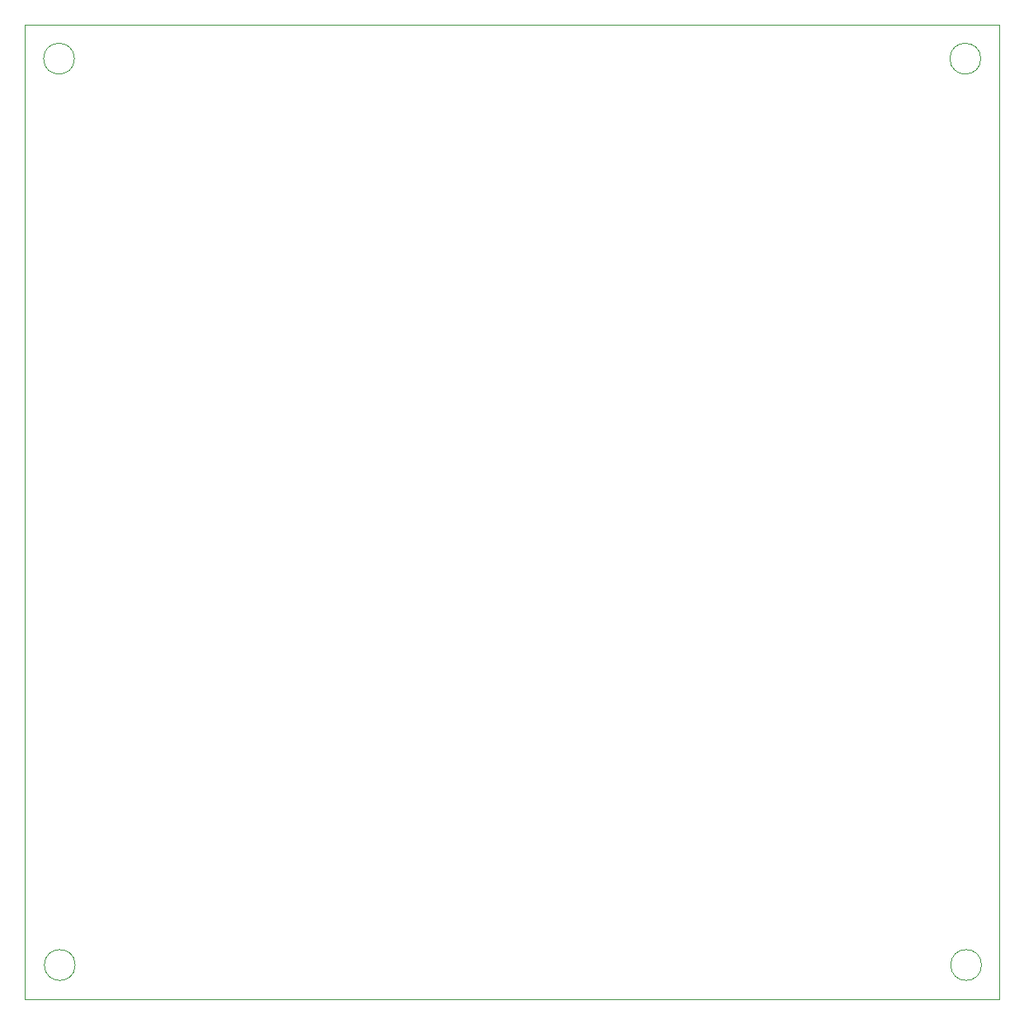
<source format=gbr>
G04 #@! TF.GenerationSoftware,KiCad,Pcbnew,(5.1.4-0-10_14)*
G04 #@! TF.CreationDate,2020-03-01T11:47:34+01:00*
G04 #@! TF.ProjectId,circuit,63697263-7569-4742-9e6b-696361645f70,rev?*
G04 #@! TF.SameCoordinates,Original*
G04 #@! TF.FileFunction,Profile,NP*
%FSLAX46Y46*%
G04 Gerber Fmt 4.6, Leading zero omitted, Abs format (unit mm)*
G04 Created by KiCad (PCBNEW (5.1.4-0-10_14)) date 2020-03-01 11:47:34*
%MOMM*%
%LPD*%
G04 APERTURE LIST*
%ADD10C,0.100000*%
G04 APERTURE END LIST*
D10*
X118081139Y-23500000D02*
G75*
G03X118081139Y-23500000I-1581139J0D01*
G01*
X118162277Y-116500000D02*
G75*
G03X118162277Y-116500000I-1581139J0D01*
G01*
X25162277Y-116500000D02*
G75*
G03X25162277Y-116500000I-1581139J0D01*
G01*
X25081139Y-23500000D02*
G75*
G03X25081139Y-23500000I-1581139J0D01*
G01*
X20000000Y-120000000D02*
X20000000Y-20000000D01*
X120000000Y-120000000D02*
X20000000Y-120000000D01*
X120000000Y-20000000D02*
X120000000Y-120000000D01*
X20000000Y-20000000D02*
X120000000Y-20000000D01*
M02*

</source>
